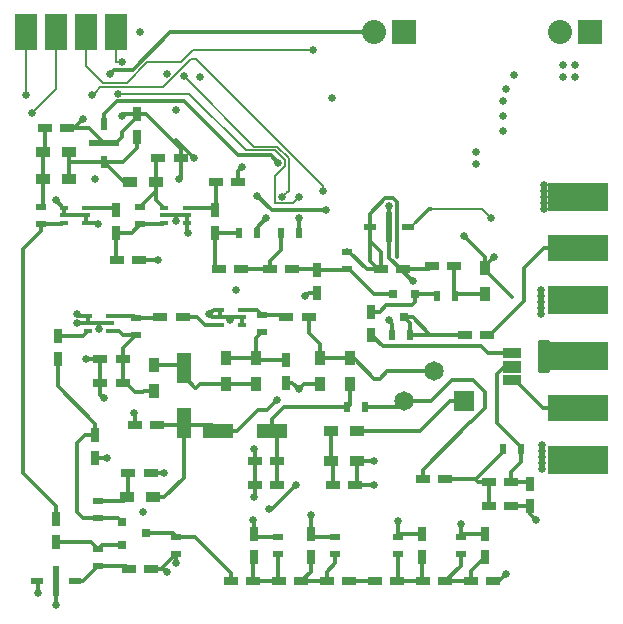
<source format=gbr>
G04 #@! TF.FileFunction,Copper,L1,Top,Signal*
%FSLAX46Y46*%
G04 Gerber Fmt 4.6, Leading zero omitted, Abs format (unit mm)*
G04 Created by KiCad (PCBNEW (2015-03-31 BZR 5561)-product) date Tue 28 Apr 2015 10:13:20 PM CDT*
%MOMM*%
G01*
G04 APERTURE LIST*
%ADD10C,0.100000*%
%ADD11C,1.651000*%
%ADD12R,1.651000X1.651000*%
%ADD13R,1.200000X0.750000*%
%ADD14R,0.750000X1.200000*%
%ADD15R,0.800100X0.800100*%
%ADD16R,1.198880X2.598420*%
%ADD17R,1.198880X2.600960*%
%ADD18R,2.598420X1.198880*%
%ADD19R,2.600960X1.198880*%
%ADD20R,0.900000X0.500000*%
%ADD21R,0.500000X0.900000*%
%ADD22R,1.200000X0.900000*%
%ADD23R,0.900000X1.200000*%
%ADD24R,0.800000X0.400000*%
%ADD25R,0.600000X2.600000*%
%ADD26R,1.000000X0.500000*%
%ADD27R,2.600000X0.600000*%
%ADD28R,0.500000X1.000000*%
%ADD29R,1.524000X1.016000*%
%ADD30R,1.524000X0.965200*%
%ADD31R,5.080000X2.413000*%
%ADD32R,5.080000X2.286000*%
%ADD33R,2.032000X2.032000*%
%ADD34O,2.032000X2.032000*%
%ADD35R,1.905000X3.048000*%
%ADD36C,0.635000*%
%ADD37C,0.355600*%
%ADD38C,0.177800*%
%ADD39C,0.254000*%
G04 APERTURE END LIST*
D10*
D11*
X107696000Y-134366000D03*
X110236000Y-131826000D03*
D12*
X112776000Y-134366000D03*
D13*
X94930000Y-149606000D03*
X93030000Y-149606000D03*
D14*
X94996000Y-147508000D03*
X94996000Y-145608000D03*
D13*
X98994000Y-149606000D03*
X97094000Y-149606000D03*
D14*
X99822000Y-147508000D03*
X99822000Y-145608000D03*
D13*
X103058000Y-149606000D03*
X101158000Y-149606000D03*
X107122000Y-149606000D03*
X105222000Y-149606000D03*
D14*
X109220000Y-147508000D03*
X109220000Y-145608000D03*
D13*
X111186000Y-149606000D03*
X109286000Y-149606000D03*
D14*
X114554000Y-147508000D03*
X114554000Y-145608000D03*
D13*
X115250000Y-149606000D03*
X113350000Y-149606000D03*
D14*
X81534000Y-137226000D03*
X81534000Y-139126000D03*
X78364000Y-130744000D03*
X78364000Y-128844000D03*
X78232000Y-146238000D03*
X78232000Y-144338000D03*
D13*
X84328000Y-140462000D03*
X86228000Y-140462000D03*
X84394000Y-148590000D03*
X86294000Y-148590000D03*
X83886000Y-130810000D03*
X81986000Y-130810000D03*
X83886000Y-132842000D03*
X81986000Y-132842000D03*
X88966000Y-127254000D03*
X87066000Y-127254000D03*
D14*
X97668000Y-130876000D03*
X97668000Y-132776000D03*
D13*
X86802000Y-136398000D03*
X84902000Y-136398000D03*
X99634000Y-127254000D03*
X97734000Y-127254000D03*
X101666000Y-141478000D03*
X103566000Y-141478000D03*
X96962000Y-139446000D03*
X95062000Y-139446000D03*
X111186000Y-140970000D03*
X109286000Y-140970000D03*
X96962000Y-141478000D03*
X95062000Y-141478000D03*
X116774000Y-143256000D03*
X114874000Y-143256000D03*
X114874000Y-141224000D03*
X116774000Y-141224000D03*
D14*
X118364000Y-143256000D03*
X118364000Y-141356000D03*
X104902000Y-128712000D03*
X104902000Y-126812000D03*
D13*
X111948000Y-122936000D03*
X110048000Y-122936000D03*
D14*
X100330000Y-123256000D03*
X100330000Y-125156000D03*
D13*
X96332000Y-123190000D03*
X98232000Y-123190000D03*
X92014000Y-123190000D03*
X93914000Y-123190000D03*
X105730000Y-123190000D03*
X107630000Y-123190000D03*
D14*
X91694000Y-118176000D03*
X91694000Y-120076000D03*
D13*
X114742000Y-128778000D03*
X112842000Y-128778000D03*
D14*
X85090000Y-111948000D03*
X85090000Y-110048000D03*
D13*
X93660000Y-115824000D03*
X91760000Y-115824000D03*
X86868000Y-113792000D03*
X88768000Y-113792000D03*
X85278000Y-122428000D03*
X83378000Y-122428000D03*
D14*
X83312000Y-118176000D03*
X83312000Y-120076000D03*
D13*
X77282000Y-111252000D03*
X79182000Y-111252000D03*
D15*
X83835240Y-144592000D03*
X83835240Y-146492000D03*
X85834220Y-145542000D03*
X108646000Y-125237240D03*
X106746000Y-125237240D03*
X107696000Y-127236220D03*
D16*
X89032000Y-131556760D03*
D17*
X89032000Y-136159240D03*
D18*
X91917520Y-136906000D03*
D19*
X96520000Y-136906000D03*
D20*
X97028000Y-147308000D03*
X97028000Y-145808000D03*
X101854000Y-147308000D03*
X101854000Y-145808000D03*
X107188000Y-147308000D03*
X107188000Y-145808000D03*
X112522000Y-147308000D03*
X112522000Y-145808000D03*
X88392000Y-145808000D03*
X88392000Y-147308000D03*
X81788000Y-148324000D03*
X81788000Y-146824000D03*
X81788000Y-144260000D03*
X81788000Y-142760000D03*
X84968000Y-128778000D03*
X84968000Y-127278000D03*
X95636000Y-128512000D03*
X95636000Y-127012000D03*
D21*
X102882000Y-134874000D03*
X104382000Y-134874000D03*
X116090000Y-138430000D03*
X117590000Y-138430000D03*
X110502000Y-125476000D03*
X112002000Y-125476000D03*
D20*
X102870000Y-123178000D03*
X102870000Y-121678000D03*
D21*
X108192000Y-128778000D03*
X106692000Y-128778000D03*
D20*
X85344000Y-117880000D03*
X85344000Y-119380000D03*
X76962000Y-117868000D03*
X76962000Y-119368000D03*
D22*
X84244000Y-142494000D03*
X86444000Y-142494000D03*
D23*
X86492000Y-131318000D03*
X86492000Y-133518000D03*
X92588000Y-130726000D03*
X92588000Y-132926000D03*
X103124000Y-132926000D03*
X103124000Y-130726000D03*
X100584000Y-130726000D03*
X100584000Y-132926000D03*
D22*
X103716000Y-136906000D03*
X101516000Y-136906000D03*
X103716000Y-139446000D03*
X101516000Y-139446000D03*
D23*
X114554000Y-125306000D03*
X114554000Y-123106000D03*
D22*
X84498000Y-115824000D03*
X86698000Y-115824000D03*
X77132000Y-115570000D03*
X79332000Y-115570000D03*
X77132000Y-113284000D03*
X79332000Y-113284000D03*
D23*
X95128000Y-130726000D03*
X95128000Y-132926000D03*
D24*
X80904000Y-127112000D03*
X80904000Y-127762000D03*
X80904000Y-128412000D03*
X82804000Y-127112000D03*
X82804000Y-127762000D03*
X82804000Y-128412000D03*
X92080000Y-126604000D03*
X92080000Y-127254000D03*
X92080000Y-127904000D03*
X93980000Y-126604000D03*
X93980000Y-127254000D03*
X93980000Y-127904000D03*
X89276000Y-119268000D03*
X89276000Y-118618000D03*
X89276000Y-117968000D03*
X87376000Y-119268000D03*
X87376000Y-118618000D03*
X87376000Y-117968000D03*
X80772000Y-119268000D03*
X80772000Y-118618000D03*
X80772000Y-117968000D03*
X78872000Y-119268000D03*
X78872000Y-118618000D03*
X78872000Y-117968000D03*
D25*
X78232000Y-149606000D03*
D26*
X79832000Y-149606000D03*
X76632000Y-149606000D03*
D25*
X106426000Y-119634000D03*
D26*
X104826000Y-119634000D03*
X108026000Y-119634000D03*
D27*
X82296000Y-112522000D03*
D28*
X82296000Y-114122000D03*
X82296000Y-110922000D03*
D21*
X97282000Y-120142000D03*
X98782000Y-120142000D03*
X93738000Y-120142000D03*
X95238000Y-120142000D03*
D29*
X116840000Y-131445000D03*
D30*
X116840000Y-132588000D03*
X116840000Y-130302000D03*
D31*
X122428000Y-139319000D03*
X122428000Y-130556000D03*
D32*
X122428000Y-134937500D03*
D31*
X122428000Y-125793500D03*
X122428000Y-117030500D03*
D32*
X122428000Y-121412000D03*
D33*
X107696000Y-103124000D03*
D34*
X105156000Y-103124000D03*
D33*
X123444000Y-103124000D03*
D34*
X120904000Y-103124000D03*
D35*
X75692000Y-103124000D03*
X78232000Y-103124000D03*
X80772000Y-103124000D03*
X83312000Y-103124000D03*
D36*
X119380000Y-140081000D03*
X119380000Y-139573000D03*
X119380000Y-139065000D03*
X119380000Y-138557000D03*
X119380000Y-138049000D03*
X119253000Y-127000000D03*
X119253000Y-126492000D03*
X119253000Y-125984000D03*
X119253000Y-125476000D03*
X119253000Y-124968000D03*
X119507000Y-118110000D03*
X119507000Y-117602000D03*
X119507000Y-117094000D03*
X119507000Y-116586000D03*
X119507000Y-116078000D03*
X85344000Y-103124000D03*
X87615855Y-106665855D03*
X90424000Y-106934000D03*
X85598000Y-143764000D03*
X81534000Y-115570000D03*
X93472000Y-124968000D03*
X88392000Y-109728000D03*
X122174000Y-106934000D03*
X116078000Y-111506000D03*
X122174000Y-105918000D03*
X121158000Y-106934000D03*
X121158000Y-105918000D03*
X116332000Y-107950000D03*
X117016881Y-106757119D03*
X113792000Y-114300000D03*
X113792000Y-113284000D03*
X116078000Y-110236000D03*
X116078000Y-108966000D03*
X106426000Y-117856000D03*
X108458000Y-124206000D03*
X106426000Y-127508000D03*
X88646000Y-115570000D03*
X83820000Y-110236000D03*
X80518000Y-110490000D03*
X78232000Y-151638000D03*
X98806000Y-133350000D03*
X98806000Y-118872000D03*
X96012000Y-118872000D03*
X99314000Y-125476000D03*
X105156000Y-141478000D03*
X105156000Y-139446000D03*
X94996000Y-138430000D03*
X94996000Y-142494000D03*
X87630000Y-148844000D03*
X88392000Y-148082000D03*
X82550000Y-139192000D03*
X87376000Y-140462000D03*
X80772000Y-130810000D03*
X84836000Y-135382000D03*
X82296000Y-134112000D03*
X92964000Y-127508000D03*
X91186000Y-127000000D03*
X81824702Y-128270000D03*
X80010000Y-127000000D03*
X80010000Y-127762000D03*
X88392000Y-119126000D03*
X89408000Y-120142000D03*
X86868000Y-122428000D03*
X78232000Y-117348000D03*
X81788000Y-119380000D03*
X112522000Y-144780000D03*
X107188000Y-144526000D03*
X99822000Y-144018000D03*
X101600000Y-108712000D03*
X94867479Y-144387118D03*
X119380000Y-130556000D03*
X119380000Y-131064000D03*
X119380000Y-130048000D03*
X119380000Y-129540000D03*
X119380000Y-131572000D03*
X89916000Y-113792000D03*
X93980000Y-114554000D03*
X118872000Y-144399000D03*
X116332000Y-148971000D03*
X112776000Y-120396000D03*
X115316000Y-122174000D03*
X96951000Y-134289000D03*
X76708000Y-150622000D03*
X97028000Y-114173000D03*
X99951868Y-104648000D03*
X98806000Y-117094000D03*
X83479678Y-108318280D03*
X82804000Y-106680000D03*
X101092000Y-118173490D03*
X95274993Y-116972765D03*
X96266000Y-143510000D03*
X98552000Y-141478000D03*
X115062000Y-118872000D03*
X83820000Y-105664000D03*
X97396280Y-117043180D03*
X89045368Y-106816922D03*
X81280000Y-108458000D03*
X100838000Y-116586000D03*
X76200000Y-109982000D03*
X75692000Y-108458000D03*
D37*
X116774000Y-143256000D02*
X118364000Y-143256000D01*
X106426000Y-119634000D02*
X106426000Y-117856000D01*
X106426000Y-119634000D02*
X106426000Y-122211000D01*
X106426000Y-122211000D02*
X107405000Y-123190000D01*
X107405000Y-123190000D02*
X107630000Y-123190000D01*
X107630000Y-123190000D02*
X107630000Y-123378000D01*
X107630000Y-123378000D02*
X108458000Y-124206000D01*
X107630000Y-123190000D02*
X109794000Y-123190000D01*
X109794000Y-123190000D02*
X110048000Y-122936000D01*
X106692000Y-128778000D02*
X106692000Y-127774000D01*
X106692000Y-127774000D02*
X106426000Y-127508000D01*
X88768000Y-113792000D02*
X88768000Y-115448000D01*
X88768000Y-115448000D02*
X88646000Y-115570000D01*
X85090000Y-110048000D02*
X84008000Y-110048000D01*
X84008000Y-110048000D02*
X83820000Y-110236000D01*
X79182000Y-111252000D02*
X79756000Y-111252000D01*
X79756000Y-111252000D02*
X80518000Y-110490000D01*
X85090000Y-110048000D02*
X85820600Y-110048000D01*
X85820600Y-110048000D02*
X88768000Y-112995400D01*
X88768000Y-112995400D02*
X88768000Y-113061400D01*
X88768000Y-113061400D02*
X88768000Y-113792000D01*
X83820000Y-111998000D02*
X83820000Y-111543000D01*
X83820000Y-111543000D02*
X85090000Y-110273000D01*
X85090000Y-110273000D02*
X85090000Y-110048000D01*
X82296000Y-112522000D02*
X83296000Y-112522000D01*
X83296000Y-112522000D02*
X83820000Y-111998000D01*
X79182000Y-111252000D02*
X81026000Y-111252000D01*
X81026000Y-111252000D02*
X82296000Y-112522000D01*
X78232000Y-149606000D02*
X78232000Y-151638000D01*
X100584000Y-132926000D02*
X99230000Y-132926000D01*
X99230000Y-132926000D02*
X98806000Y-133350000D01*
X97668000Y-132776000D02*
X98232000Y-132776000D01*
X98232000Y-132776000D02*
X98806000Y-133350000D01*
X98782000Y-120142000D02*
X98782000Y-118896000D01*
X98782000Y-118896000D02*
X98806000Y-118872000D01*
X95238000Y-120142000D02*
X95238000Y-119646000D01*
X95238000Y-119646000D02*
X96012000Y-118872000D01*
X100330000Y-125156000D02*
X99634000Y-125156000D01*
X99634000Y-125156000D02*
X99314000Y-125476000D01*
X103566000Y-141478000D02*
X105156000Y-141478000D01*
X103716000Y-139446000D02*
X105156000Y-139446000D01*
X103716000Y-139446000D02*
X103716000Y-141328000D01*
X103716000Y-141328000D02*
X103566000Y-141478000D01*
X95062000Y-139446000D02*
X95062000Y-138496000D01*
X95062000Y-138496000D02*
X94996000Y-138430000D01*
X95062000Y-141478000D02*
X95062000Y-142428000D01*
X95062000Y-142428000D02*
X94996000Y-142494000D01*
X95062000Y-139446000D02*
X95062000Y-141478000D01*
X86294000Y-148590000D02*
X87376000Y-148590000D01*
X87376000Y-148590000D02*
X87630000Y-148844000D01*
X88392000Y-147308000D02*
X88392000Y-148082000D01*
X86294000Y-148590000D02*
X87110000Y-148590000D01*
X87110000Y-148590000D02*
X88392000Y-147308000D01*
X81534000Y-139126000D02*
X82484000Y-139126000D01*
X82484000Y-139126000D02*
X82550000Y-139192000D01*
X86228000Y-140462000D02*
X87376000Y-140462000D01*
X81986000Y-130810000D02*
X80772000Y-130810000D01*
X84902000Y-136398000D02*
X84902000Y-135448000D01*
X84902000Y-135448000D02*
X84836000Y-135382000D01*
X81986000Y-132842000D02*
X81986000Y-133802000D01*
X81986000Y-133802000D02*
X82296000Y-134112000D01*
X93013229Y-127254000D02*
X93980000Y-127254000D01*
X92080000Y-127254000D02*
X93013229Y-127254000D01*
X93013229Y-127254000D02*
X93013229Y-127458771D01*
X93013229Y-127458771D02*
X92964000Y-127508000D01*
X92080000Y-126604000D02*
X91582000Y-126604000D01*
X91582000Y-126604000D02*
X91186000Y-127000000D01*
X92080000Y-127254000D02*
X91440000Y-127254000D01*
X91440000Y-127254000D02*
X91186000Y-127000000D01*
X81830864Y-127762000D02*
X82804000Y-127762000D01*
X80904000Y-127762000D02*
X81830864Y-127762000D01*
X81830864Y-128263838D02*
X81824702Y-128270000D01*
X81830864Y-127762000D02*
X81830864Y-128263838D01*
X80904000Y-127112000D02*
X80122000Y-127112000D01*
X80122000Y-127112000D02*
X80010000Y-127000000D01*
X80904000Y-127762000D02*
X80010000Y-127762000D01*
X88356536Y-118618000D02*
X89276000Y-118618000D01*
X87376000Y-118618000D02*
X88356536Y-118618000D01*
X88356536Y-118618000D02*
X88356536Y-119090536D01*
X88356536Y-119090536D02*
X88392000Y-119126000D01*
X89276000Y-119268000D02*
X89276000Y-120010000D01*
X89276000Y-120010000D02*
X89408000Y-120142000D01*
X85278000Y-122428000D02*
X86868000Y-122428000D01*
X78872000Y-117968000D02*
X78852000Y-117968000D01*
X78852000Y-117968000D02*
X78232000Y-117348000D01*
X80772000Y-119268000D02*
X81676000Y-119268000D01*
X81676000Y-119268000D02*
X81788000Y-119380000D01*
X78872000Y-118618000D02*
X80772000Y-118618000D01*
X80772000Y-118618000D02*
X80772000Y-119268000D01*
X78872000Y-117968000D02*
X78872000Y-118618000D01*
X89276000Y-118618000D02*
X89276000Y-119268000D01*
X93980000Y-127904000D02*
X93980000Y-127254000D01*
X92080000Y-126604000D02*
X92080000Y-127254000D01*
X81986000Y-130810000D02*
X81986000Y-132842000D01*
X80904000Y-127112000D02*
X80904000Y-127762000D01*
X112522000Y-145808000D02*
X112522000Y-144780000D01*
X107188000Y-145202400D02*
X107188000Y-144526000D01*
X107188000Y-145808000D02*
X107188000Y-145202400D01*
X99822000Y-145608000D02*
X99822000Y-144018000D01*
X97028000Y-145808000D02*
X95196000Y-145808000D01*
X95196000Y-145808000D02*
X94996000Y-145608000D01*
X101854000Y-145808000D02*
X100022000Y-145808000D01*
X100022000Y-145808000D02*
X99822000Y-145608000D01*
X109220000Y-145608000D02*
X107388000Y-145608000D01*
X107388000Y-145608000D02*
X107188000Y-145808000D01*
X114554000Y-145608000D02*
X112722000Y-145608000D01*
X112722000Y-145608000D02*
X112522000Y-145808000D01*
X94996000Y-145608000D02*
X94996000Y-144515639D01*
X94996000Y-144515639D02*
X94867479Y-144387118D01*
X122428000Y-130556000D02*
X119380000Y-130556000D01*
X119380000Y-130556000D02*
X119380000Y-130048000D01*
X119380000Y-131064000D02*
X119380000Y-131572000D01*
X89916000Y-113792000D02*
X88392000Y-112268000D01*
X93660000Y-115824000D02*
X93660000Y-114874000D01*
X93660000Y-114874000D02*
X93980000Y-114554000D01*
X118364000Y-143891000D02*
X118872000Y-144399000D01*
X118364000Y-143256000D02*
X118364000Y-143891000D01*
X97028000Y-147308000D02*
X97028000Y-149540000D01*
X97028000Y-149540000D02*
X97094000Y-149606000D01*
X94930000Y-149606000D02*
X94930000Y-147574000D01*
X94930000Y-147574000D02*
X94996000Y-147508000D01*
X97094000Y-149606000D02*
X94930000Y-149606000D01*
X85834220Y-145542000D02*
X88126000Y-145542000D01*
X88126000Y-145542000D02*
X88392000Y-145808000D01*
X93030000Y-149606000D02*
X93030000Y-148875400D01*
X93030000Y-148875400D02*
X89962600Y-145808000D01*
X89962600Y-145808000D02*
X89197600Y-145808000D01*
X89197600Y-145808000D02*
X88392000Y-145808000D01*
X101158000Y-148778000D02*
X101854000Y-148082000D01*
X101854000Y-148082000D02*
X101854000Y-147308000D01*
X101158000Y-149606000D02*
X101158000Y-148778000D01*
X101158000Y-149606000D02*
X98994000Y-149606000D01*
X99822000Y-147508000D02*
X99822000Y-148778000D01*
X99822000Y-148778000D02*
X98994000Y-149606000D01*
X105222000Y-149606000D02*
X103058000Y-149606000D01*
X109220000Y-147508000D02*
X109220000Y-149540000D01*
X109220000Y-149540000D02*
X109286000Y-149606000D01*
X107188000Y-147308000D02*
X107188000Y-149540000D01*
X107188000Y-149540000D02*
X107122000Y-149606000D01*
X109286000Y-149606000D02*
X107122000Y-149606000D01*
X113350000Y-149606000D02*
X113350000Y-148712000D01*
X113350000Y-148712000D02*
X114554000Y-147508000D01*
X112522000Y-147308000D02*
X112522000Y-148270000D01*
X112522000Y-148270000D02*
X111186000Y-149606000D01*
X113350000Y-149606000D02*
X111186000Y-149606000D01*
X115697000Y-149606000D02*
X116332000Y-148971000D01*
X115250000Y-149606000D02*
X115697000Y-149606000D01*
X81534000Y-137226000D02*
X81534000Y-136270400D01*
X81534000Y-136270400D02*
X78364000Y-133100400D01*
X78364000Y-133100400D02*
X78364000Y-130744000D01*
X80010000Y-137922000D02*
X80706000Y-137226000D01*
X80706000Y-137226000D02*
X81534000Y-137226000D01*
X80010000Y-143764000D02*
X80010000Y-137922000D01*
X80506000Y-144260000D02*
X80010000Y-143764000D01*
X81788000Y-144260000D02*
X80506000Y-144260000D01*
X81788000Y-144260000D02*
X83503240Y-144260000D01*
X83503240Y-144260000D02*
X83835240Y-144592000D01*
X78364000Y-128844000D02*
X80472000Y-128844000D01*
X80472000Y-128844000D02*
X80904000Y-128412000D01*
X78232000Y-146238000D02*
X81202000Y-146238000D01*
X81202000Y-146238000D02*
X81788000Y-146824000D01*
X83835240Y-146492000D02*
X82120000Y-146492000D01*
X82120000Y-146492000D02*
X81788000Y-146824000D01*
X75438000Y-140462000D02*
X78232000Y-143256000D01*
X78232000Y-143256000D02*
X78232000Y-144338000D01*
X75438000Y-121497600D02*
X75438000Y-140462000D01*
X76962000Y-119368000D02*
X76962000Y-119973600D01*
X76962000Y-119973600D02*
X75438000Y-121497600D01*
X76962000Y-119368000D02*
X78772000Y-119368000D01*
X78772000Y-119368000D02*
X78872000Y-119268000D01*
X84328000Y-140462000D02*
X84328000Y-142410000D01*
X84328000Y-142410000D02*
X84244000Y-142494000D01*
X81788000Y-142760000D02*
X83978000Y-142760000D01*
X83978000Y-142760000D02*
X84244000Y-142494000D01*
X79832000Y-149606000D02*
X80506000Y-149606000D01*
X80506000Y-149606000D02*
X81788000Y-148324000D01*
X81788000Y-148324000D02*
X84128000Y-148324000D01*
X84128000Y-148324000D02*
X84394000Y-148590000D01*
X83886000Y-130810000D02*
X83886000Y-129860000D01*
X83886000Y-129860000D02*
X84968000Y-128778000D01*
X85598000Y-133604000D02*
X85684000Y-133518000D01*
X85684000Y-133518000D02*
X86492000Y-133518000D01*
X84873000Y-133604000D02*
X85598000Y-133604000D01*
X83886000Y-132842000D02*
X84111000Y-132842000D01*
X84111000Y-132842000D02*
X84873000Y-133604000D01*
X83886000Y-130810000D02*
X83886000Y-132842000D01*
X83925600Y-128778000D02*
X84968000Y-128778000D01*
X82804000Y-128412000D02*
X83559600Y-128412000D01*
X83559600Y-128412000D02*
X83925600Y-128778000D01*
X90170000Y-127254000D02*
X90820000Y-127904000D01*
X90820000Y-127904000D02*
X92080000Y-127904000D01*
X88966000Y-127254000D02*
X90170000Y-127254000D01*
X84968000Y-127278000D02*
X87042000Y-127278000D01*
X87042000Y-127278000D02*
X87066000Y-127254000D01*
X82804000Y-127112000D02*
X84802000Y-127112000D01*
X84802000Y-127112000D02*
X84968000Y-127278000D01*
X95128000Y-130726000D02*
X95128000Y-129020000D01*
X95128000Y-129020000D02*
X95636000Y-128512000D01*
X97668000Y-130876000D02*
X95278000Y-130876000D01*
X95278000Y-130876000D02*
X95128000Y-130726000D01*
X92588000Y-130726000D02*
X95128000Y-130726000D01*
X114554000Y-123106000D02*
X114554000Y-123256000D01*
X114554000Y-123256000D02*
X116840000Y-125542000D01*
X113792000Y-121388400D02*
X113768400Y-121388400D01*
X113768400Y-121388400D02*
X112776000Y-120396000D01*
X114554000Y-123106000D02*
X114554000Y-122150400D01*
X114554000Y-122150400D02*
X113792000Y-121388400D01*
X86802000Y-136398000D02*
X91409520Y-136398000D01*
X91409520Y-136398000D02*
X91917520Y-136906000D01*
X86802000Y-136398000D02*
X88793240Y-136398000D01*
X88793240Y-136398000D02*
X89032000Y-136159240D01*
X89032000Y-140861600D02*
X89032000Y-136159240D01*
X87399600Y-142494000D02*
X89032000Y-140861600D01*
X86444000Y-142494000D02*
X87399600Y-142494000D01*
X114554000Y-122936000D02*
X115316000Y-122174000D01*
X114554000Y-123106000D02*
X114554000Y-122936000D01*
X96951000Y-134289000D02*
X96112000Y-135128000D01*
X95350330Y-135128000D02*
X93572330Y-136906000D01*
X93572330Y-136906000D02*
X91917520Y-136906000D01*
X96112000Y-135128000D02*
X95350330Y-135128000D01*
X109068567Y-131826000D02*
X110236000Y-131826000D01*
X106272118Y-131826000D02*
X109068567Y-131826000D01*
X105662508Y-132435610D02*
X106272118Y-131826000D01*
X105157492Y-132435610D02*
X105662508Y-132435610D01*
X103447882Y-130726000D02*
X105157492Y-132435610D01*
X100584000Y-130726000D02*
X103447882Y-130726000D01*
X100584000Y-130726000D02*
X103124000Y-130726000D01*
X99634000Y-128590000D02*
X100584000Y-129540000D01*
X100584000Y-129540000D02*
X100584000Y-130726000D01*
X99634000Y-127254000D02*
X99634000Y-128590000D01*
X95636000Y-127012000D02*
X97492000Y-127012000D01*
X97492000Y-127012000D02*
X97734000Y-127254000D01*
X93980000Y-126604000D02*
X95228000Y-126604000D01*
X95228000Y-126604000D02*
X95636000Y-127012000D01*
X101666000Y-141478000D02*
X101666000Y-139596000D01*
X101666000Y-139596000D02*
X101516000Y-139446000D01*
X101516000Y-136906000D02*
X101516000Y-139446000D01*
X96520000Y-135890000D02*
X97536000Y-134874000D01*
X97536000Y-134874000D02*
X102882000Y-134874000D01*
X96520000Y-136906000D02*
X96520000Y-135890000D01*
X96962000Y-141478000D02*
X96962000Y-137348000D01*
X96962000Y-137348000D02*
X96520000Y-136906000D01*
X96962000Y-141478000D02*
X96962000Y-139446000D01*
X103124000Y-132926000D02*
X103124000Y-134632000D01*
X103124000Y-134632000D02*
X102882000Y-134874000D01*
X113750000Y-140970000D02*
X113750000Y-141055600D01*
X113750000Y-141055600D02*
X113918400Y-141224000D01*
X113918400Y-141224000D02*
X114874000Y-141224000D01*
X114874000Y-141224000D02*
X114874000Y-143256000D01*
X111186000Y-140970000D02*
X113750000Y-140970000D01*
X113750000Y-140970000D02*
X116090000Y-138630000D01*
X116090000Y-138630000D02*
X116090000Y-138430000D01*
X107696000Y-134366000D02*
X109982000Y-134366000D01*
X113538000Y-132588000D02*
X114554000Y-133604000D01*
X109982000Y-134366000D02*
X111760000Y-132588000D01*
X113334802Y-136144000D02*
X113284000Y-136144000D01*
X111760000Y-132588000D02*
X113538000Y-132588000D01*
X109286000Y-140142000D02*
X109286000Y-140970000D01*
X114554000Y-133604000D02*
X114554000Y-134924802D01*
X114554000Y-134924802D02*
X113334802Y-136144000D01*
X113284000Y-136144000D02*
X109286000Y-140142000D01*
X104382000Y-134874000D02*
X107188000Y-134874000D01*
X107188000Y-134874000D02*
X107696000Y-134366000D01*
X109061000Y-140970000D02*
X109286000Y-140970000D01*
X116774000Y-141224000D02*
X118232000Y-141224000D01*
X118232000Y-141224000D02*
X118364000Y-141356000D01*
X117590000Y-139500000D02*
X116774000Y-140316000D01*
X116774000Y-140316000D02*
X116774000Y-141224000D01*
X117590000Y-138430000D02*
X117590000Y-139500000D01*
X117590000Y-138230000D02*
X117590000Y-138430000D01*
X115570000Y-132019038D02*
X115570000Y-136210000D01*
X115570000Y-136210000D02*
X117590000Y-138230000D01*
X116144038Y-131445000D02*
X115570000Y-132019038D01*
X116840000Y-131445000D02*
X116144038Y-131445000D01*
X104902000Y-126812000D02*
X105632600Y-126812000D01*
X105632600Y-126812000D02*
X106206600Y-126238000D01*
X106206600Y-126238000D02*
X108400890Y-126238000D01*
X108400890Y-126238000D02*
X108646000Y-125992890D01*
X108646000Y-125992890D02*
X108646000Y-125237240D01*
X108646000Y-125237240D02*
X110263240Y-125237240D01*
X110263240Y-125237240D02*
X110502000Y-125476000D01*
X111948000Y-122936000D02*
X111948000Y-125422000D01*
X111948000Y-125422000D02*
X112002000Y-125476000D01*
X114554000Y-125306000D02*
X112172000Y-125306000D01*
X112172000Y-125306000D02*
X112002000Y-125476000D01*
X106746000Y-125237240D02*
X105129240Y-125237240D01*
X105129240Y-125237240D02*
X103070000Y-123178000D01*
X103070000Y-123178000D02*
X102870000Y-123178000D01*
X100330000Y-123256000D02*
X102792000Y-123256000D01*
X102792000Y-123256000D02*
X102870000Y-123178000D01*
X98232000Y-123190000D02*
X100264000Y-123190000D01*
X100264000Y-123190000D02*
X100330000Y-123256000D01*
X96332000Y-123190000D02*
X96332000Y-122459400D01*
X96332000Y-122459400D02*
X97282000Y-121509400D01*
X97282000Y-121509400D02*
X97282000Y-120142000D01*
X93914000Y-123190000D02*
X96332000Y-123190000D01*
X91694000Y-120076000D02*
X91694000Y-122870000D01*
X91694000Y-122870000D02*
X92014000Y-123190000D01*
X91694000Y-120076000D02*
X93672000Y-120076000D01*
X93672000Y-120076000D02*
X93738000Y-120142000D01*
X105730000Y-123190000D02*
X105505000Y-123190000D01*
X105505000Y-123190000D02*
X104774400Y-122459400D01*
X104774400Y-122459400D02*
X104774400Y-118473818D01*
X106090719Y-117157499D02*
X106761281Y-117157499D01*
X104774400Y-118473818D02*
X106090719Y-117157499D01*
X106761281Y-117157499D02*
X107124501Y-117520719D01*
X107124501Y-117520719D02*
X107124501Y-122119225D01*
X104826000Y-120828000D02*
X105730000Y-121732000D01*
X105730000Y-121732000D02*
X105730000Y-123190000D01*
X104826000Y-119634000D02*
X104826000Y-120828000D01*
X102870000Y-121678000D02*
X103070000Y-121678000D01*
X104582000Y-123190000D02*
X105730000Y-123190000D01*
X103070000Y-121678000D02*
X104582000Y-123190000D01*
X102870000Y-121678000D02*
X102870000Y-121590000D01*
X91760000Y-115824000D02*
X91760000Y-118110000D01*
X91760000Y-118110000D02*
X91694000Y-118176000D01*
X89276000Y-117968000D02*
X91486000Y-117968000D01*
X91486000Y-117968000D02*
X91694000Y-118176000D01*
X119532400Y-121412000D02*
X117856000Y-123088400D01*
X122428000Y-121412000D02*
X119532400Y-121412000D01*
X117856000Y-125889000D02*
X114967000Y-128778000D01*
X114967000Y-128778000D02*
X114742000Y-128778000D01*
X117856000Y-123088400D02*
X117856000Y-125889000D01*
X109759286Y-128778000D02*
X112842000Y-128778000D01*
X108192000Y-128778000D02*
X109759286Y-128778000D01*
X108451650Y-127236220D02*
X107696000Y-127236220D01*
X109759286Y-128778000D02*
X109759286Y-128543856D01*
X109759286Y-128543856D02*
X108451650Y-127236220D01*
X108192000Y-128778000D02*
X108192000Y-127732220D01*
X108192000Y-127732220D02*
X107696000Y-127236220D01*
X85090000Y-111948000D02*
X85090000Y-112903600D01*
X85090000Y-112903600D02*
X83871600Y-114122000D01*
X83871600Y-114122000D02*
X82901600Y-114122000D01*
X82901600Y-114122000D02*
X82296000Y-114122000D01*
X82296000Y-114122000D02*
X79364400Y-114122000D01*
X79364400Y-114122000D02*
X79332000Y-114089600D01*
X79332000Y-114089600D02*
X79332000Y-113284000D01*
X79332000Y-115570000D02*
X79332000Y-113284000D01*
X84498000Y-115824000D02*
X83998000Y-115824000D01*
X83998000Y-115824000D02*
X82296000Y-114122000D01*
X85344000Y-119380000D02*
X87264000Y-119380000D01*
X87264000Y-119380000D02*
X87376000Y-119268000D01*
X83312000Y-120076000D02*
X84648000Y-120076000D01*
X84648000Y-120076000D02*
X85344000Y-119380000D01*
X83312000Y-120076000D02*
X83312000Y-122362000D01*
X83312000Y-122362000D02*
X83378000Y-122428000D01*
X80772000Y-117968000D02*
X83104000Y-117968000D01*
X83104000Y-117968000D02*
X83312000Y-118176000D01*
X77132000Y-115570000D02*
X77132000Y-117698000D01*
X77132000Y-117698000D02*
X76962000Y-117868000D01*
X77282000Y-111252000D02*
X77282000Y-113134000D01*
X77282000Y-113134000D02*
X77132000Y-113284000D01*
X77132000Y-113284000D02*
X77132000Y-115570000D01*
X92588000Y-132926000D02*
X90401240Y-132926000D01*
X90401240Y-132926000D02*
X90115670Y-133211570D01*
X90115670Y-133211570D02*
X89987040Y-133211570D01*
X89987040Y-133211570D02*
X89032000Y-132256530D01*
X89032000Y-132256530D02*
X89032000Y-131556760D01*
X92588000Y-132926000D02*
X95128000Y-132926000D01*
X86492000Y-131318000D02*
X88793240Y-131318000D01*
X88793240Y-131318000D02*
X89032000Y-131556760D01*
X76708000Y-149682000D02*
X76632000Y-149606000D01*
X76708000Y-150622000D02*
X76708000Y-149682000D01*
X82296000Y-110066400D02*
X83396400Y-108966000D01*
X82296000Y-110922000D02*
X82296000Y-110066400D01*
X83396400Y-108966000D02*
X89027000Y-108966000D01*
X89027000Y-108966000D02*
X93599000Y-113538000D01*
X96393000Y-113538000D02*
X97028000Y-114173000D01*
X93599000Y-113538000D02*
X96393000Y-113538000D01*
X103716000Y-136906000D02*
X109054900Y-136906000D01*
X109054900Y-136906000D02*
X111594900Y-134366000D01*
X111594900Y-134366000D02*
X112776000Y-134366000D01*
X104936118Y-128712000D02*
X105891718Y-129667600D01*
X104902000Y-128712000D02*
X104936118Y-128712000D01*
X105891718Y-129667600D02*
X114199000Y-129667600D01*
X114833400Y-130302000D02*
X116840000Y-130302000D01*
X114199000Y-129667600D02*
X114833400Y-130302000D01*
D38*
X99951868Y-104648000D02*
X89850974Y-104648000D01*
X89850974Y-104648000D02*
X88834974Y-105664000D01*
X88834974Y-105664000D02*
X85968842Y-105664000D01*
X85968842Y-105664000D02*
X84203573Y-107429269D01*
X84203573Y-107429269D02*
X82219769Y-107429269D01*
X82219769Y-107429269D02*
X80772000Y-105981500D01*
X80772000Y-105981500D02*
X80772000Y-105410000D01*
X80772000Y-105410000D02*
X80772000Y-103124000D01*
X98806000Y-117094000D02*
X98298000Y-117602000D01*
X98298000Y-117602000D02*
X96774000Y-117602000D01*
X97586801Y-114441225D02*
X97586801Y-113904775D01*
X97586801Y-113904775D02*
X96800916Y-113118890D01*
X83928690Y-108318280D02*
X83479678Y-108318280D01*
X89522280Y-108318280D02*
X83928690Y-108318280D01*
X96774000Y-117602000D02*
X96774000Y-115254026D01*
X94322890Y-113118890D02*
X89522280Y-108318280D01*
X96800916Y-113118890D02*
X94322890Y-113118890D01*
X96774000Y-115254026D02*
X97586801Y-114441225D01*
D37*
X86698000Y-115824000D02*
X86698000Y-113962000D01*
X86698000Y-113962000D02*
X86868000Y-113792000D01*
X86698000Y-115824000D02*
X86698000Y-117290000D01*
X86698000Y-117290000D02*
X87376000Y-117968000D01*
X86698000Y-115824000D02*
X86698000Y-116526000D01*
X86698000Y-116526000D02*
X85344000Y-117880000D01*
X82804000Y-106680000D02*
X83172299Y-106311701D01*
X83172299Y-106311701D02*
X84728431Y-106311701D01*
X87916132Y-103124000D02*
X88900000Y-103124000D01*
X84728431Y-106311701D02*
X87916132Y-103124000D01*
X105156000Y-103124000D02*
X88900000Y-103124000D01*
X96475718Y-118173490D02*
X101092000Y-118173490D01*
X95274993Y-116972765D02*
X96475718Y-118173490D01*
X98552000Y-141478000D02*
X96520000Y-143510000D01*
X96520000Y-143510000D02*
X96266000Y-143510000D01*
D38*
X115062000Y-118872000D02*
X114300000Y-118110000D01*
X110005498Y-118110000D02*
X114300000Y-118110000D01*
D37*
X109800000Y-118110000D02*
X110005498Y-118110000D01*
D38*
X83312000Y-105664000D02*
X83820000Y-105664000D01*
X83312000Y-103124000D02*
X83312000Y-105664000D01*
X95017126Y-112788680D02*
X96937693Y-112788680D01*
X89045368Y-106816922D02*
X95017126Y-112788680D01*
X96937693Y-112788680D02*
X97917011Y-113767998D01*
X97917011Y-113767998D02*
X97917011Y-116522449D01*
X97917011Y-116522449D02*
X97713779Y-116725681D01*
X97713779Y-116725681D02*
X97396280Y-117043180D01*
X90111012Y-105410000D02*
X89662000Y-105410000D01*
X100838000Y-116586000D02*
X100838000Y-116136988D01*
X89662000Y-105410000D02*
X87312521Y-107759479D01*
X100838000Y-116136988D02*
X90111012Y-105410000D01*
X81978521Y-107759479D02*
X81597499Y-108140501D01*
X81597499Y-108140501D02*
X81280000Y-108458000D01*
X87312521Y-107759479D02*
X81978521Y-107759479D01*
X78232000Y-107950000D02*
X78232000Y-105524035D01*
X78232000Y-105524035D02*
X78232000Y-105410000D01*
X78232000Y-103124000D02*
X78232000Y-104825800D01*
X78232000Y-104825800D02*
X78232000Y-105524035D01*
X76200000Y-109982000D02*
X78232000Y-107950000D01*
X75692000Y-108458000D02*
X75692000Y-105543800D01*
X75692000Y-105543800D02*
X75692000Y-105410000D01*
X75692000Y-103124000D02*
X75692000Y-105543800D01*
X108026000Y-119634000D02*
X108276000Y-119634000D01*
X108276000Y-119634000D02*
X108703800Y-119206200D01*
D37*
X108741702Y-119168298D02*
X109800000Y-118110000D01*
D38*
X108703800Y-119206200D02*
X108741702Y-119168298D01*
D37*
X119468900Y-134937500D02*
X122428000Y-134937500D01*
X117119400Y-132588000D02*
X119468900Y-134937500D01*
X116840000Y-132588000D02*
X117119400Y-132588000D01*
D39*
G36*
X119888000Y-131826000D02*
X119126000Y-131826000D01*
X119126000Y-129286000D01*
X119888000Y-129286000D01*
X119888000Y-131826000D01*
X119888000Y-131826000D01*
G37*
X119888000Y-131826000D02*
X119126000Y-131826000D01*
X119126000Y-129286000D01*
X119888000Y-129286000D01*
X119888000Y-131826000D01*
M02*

</source>
